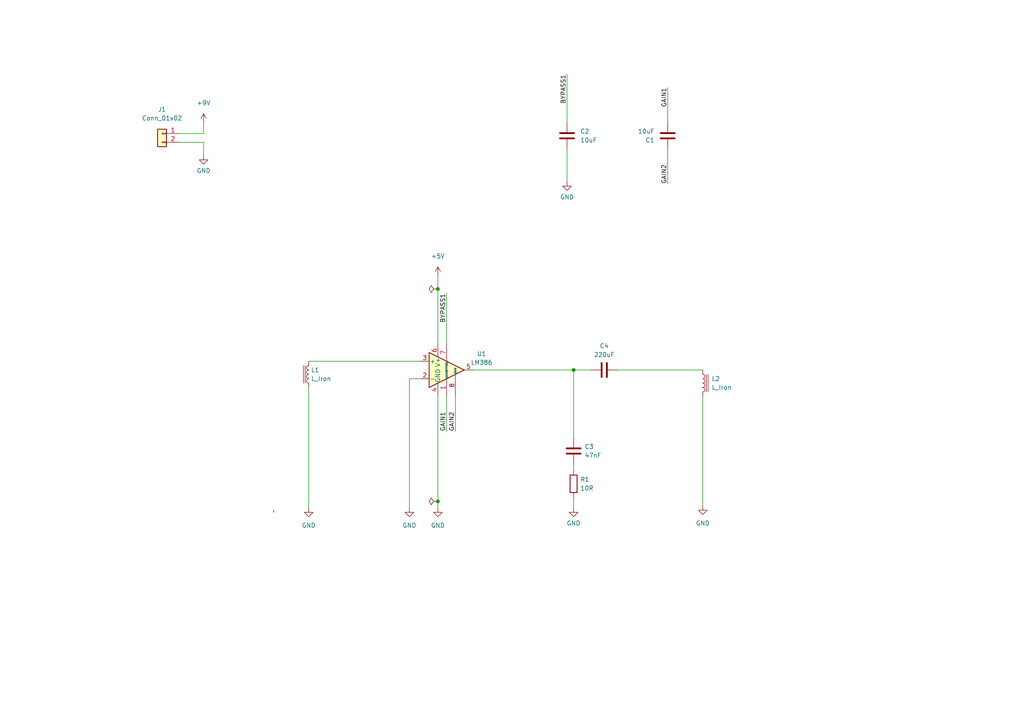
<source format=kicad_sch>
(kicad_sch (version 20211123) (generator eeschema)
  (paper "A4")
  (lib_symbols
    (symbol "Amplifier_Audio:LM386" (pin_names (offset 0.127))
      (property "Reference" "U" (at 1.27 7.62 0))
      (property "Value" "LM386" (at 1.27 5.08 0))
      (symbol "LM386_0_1"
        (polyline (pts (xy 5.08 0) (xy -5.08 5.08) (xy -5.08 -5.08) (xy 5.08 0)) (stroke (width 0.254)) (fill (type background)))
      )
      (symbol "LM386_1_1"
        (pin input line (at 0 -7.62 90) (length 5.08) (name "GAIN") (number "1"))
        (pin input line (at -7.62 -2.54 0) (length 2.54) (name "-") (number "2"))
        (pin input line (at -7.62 2.54 0) (length 2.54) (name "+") (number "3"))
        (pin power_in line (at -2.54 -7.62 90) (length 3.81) (name "GND") (number "4"))
        (pin output line (at 7.62 0 180) (length 2.54) (name "~") (number "5"))
        (pin power_in line (at -2.54 7.62 270) (length 3.81) (name "V+") (number "6"))
        (pin input line (at 0 7.62 270) (length 5.08) (name "BYPASS") (number "7"))
        (pin input line (at 2.54 -7.62 90) (length 6.35) (name "GAIN") (number "8"))
      )
    )
    (symbol "Connector_Generic:Conn_01x02" (pin_names (offset 1.016) hide)
      (property "Reference" "J" (at 0 2.54 0))
      (property "Value" "Conn_01x02" (at 0 -5.08 0))
      (symbol "Conn_01x02_1_1"
        (rectangle (start -1.27 -2.413) (end 0 -2.667) (stroke (width 0.1524)))
        (rectangle (start -1.27 0.127) (end 0 -0.127) (stroke (width 0.1524)))
        (rectangle (start -1.27 1.27) (end 1.27 -3.81) (stroke (width 0.254)) (fill (type background)))
        (pin passive line (at -5.08 0 0) (length 3.81) (name "Pin_1") (number "1"))
        (pin passive line (at -5.08 -2.54 0) (length 3.81) (name "Pin_2") (number "2"))
      )
    )
    (symbol "Device:C" (pin_numbers hide) (pin_names (offset 0.254))
      (property "Reference" "C" (at 0.635 2.54 0))
      (property "Value" "C" (at 0.635 -2.54 0))
      (symbol "C_0_1"
        (polyline (pts (xy -2.032 -0.762) (xy 2.032 -0.762)) (stroke (width 0.508)))
        (polyline (pts (xy -2.032 0.762) (xy 2.032 0.762)) (stroke (width 0.508)))
      )
      (symbol "C_1_1"
        (pin passive line (at 0 3.81 270) (length 2.794) (name "~") (number "1"))
        (pin passive line (at 0 -3.81 90) (length 2.794) (name "~") (number "2"))
      )
    )
    (symbol "Device:L_Iron" (pin_numbers hide) (pin_names (offset 1.016) hide)
      (property "Reference" "L" (at -1.27 0 90))
      (property "Value" "L_Iron" (at 2.794 0 90))
      (symbol "L_Iron_0_1"
        (arc (start 0 -2.54) (mid 0.635 -1.905) (end 0 -1.27))
        (arc (start 0 -1.27) (mid 0.635 -0.635) (end 0 0))
        (polyline (pts (xy 1.016 2.54) (xy 1.016 -2.54)))
        (polyline (pts (xy 1.524 -2.54) (xy 1.524 2.54)))
        (arc (start 0 0) (mid 0.635 0.635) (end 0 1.27))
        (arc (start 0 1.27) (mid 0.635 1.905) (end 0 2.54))
      )
      (symbol "L_Iron_1_1"
        (pin passive line (at 0 3.81 270) (length 1.27) (name "1") (number "1"))
        (pin passive line (at 0 -3.81 90) (length 1.27) (name "2") (number "2"))
      )
    )
    (symbol "Device:R" (pin_numbers hide) (pin_names (offset 0))
      (property "Reference" "R" (at 2.032 0 90))
      (property "Value" "R" (at 0 0 90))
      (symbol "R_0_1"
        (rectangle (start -1.016 -2.54) (end 1.016 2.54) (stroke (width 0.254)))
      )
      (symbol "R_1_1"
        (pin passive line (at 0 3.81 270) (length 1.27) (name "~") (number "1"))
        (pin passive line (at 0 -3.81 90) (length 1.27) (name "~") (number "2"))
      )
    )
    (symbol "power:+5V" (power) (pin_names (offset 0))
      (property "Value" "+5V" (at 0 3.556 0))
      (symbol "+5V_0_1"
        (polyline (pts (xy -0.762 1.27) (xy 0 2.54)))
        (polyline (pts (xy 0 0) (xy 0 2.54)))
        (polyline (pts (xy 0 2.54) (xy 0.762 1.27)))
      )
      (symbol "+5V_1_1"
        (pin power_in line (at 0 0 90) (length 0) hide (name "+5V") (number "1"))
      )
    )
    (symbol "power:+9V" (power) (pin_names (offset 0))
      (property "Value" "+9V" (at 0 3.556 0))
      (symbol "+9V_0_1"
        (polyline (pts (xy -0.762 1.27) (xy 0 2.54)))
        (polyline (pts (xy 0 0) (xy 0 2.54)))
        (polyline (pts (xy 0 2.54) (xy 0.762 1.27)))
      )
      (symbol "+9V_1_1"
        (pin power_in line (at 0 0 90) (length 0) hide (name "+9V") (number "1"))
      )
    )
    (symbol "power:GND" (power) (pin_names (offset 0))
      (property "Value" "GND" (at 0 -3.81 0))
      (symbol "GND_0_1"
        (polyline (pts (xy 0 0) (xy 0 -1.27) (xy 1.27 -1.27) (xy 0 -2.54) (xy -1.27 -1.27) (xy 0 -1.27)))
      )
      (symbol "GND_1_1"
        (pin power_in line (at 0 0 270) (length 0) hide (name "GND") (number "1"))
      )
    )
    (symbol "power:PWR_FLAG" (power) (pin_numbers hide) (pin_names (offset 0) hide)
      (property "Value" "PWR_FLAG" (at 0 3.81 0))
      (symbol "PWR_FLAG_0_0"
        (pin power_out line (at 0 0 90) (length 0) (name "pwr") (number "1"))
      )
      (symbol "PWR_FLAG_0_1"
        (polyline (pts (xy 0 0) (xy 0 1.27) (xy -1.016 1.905) (xy 0 2.54) (xy 1.016 1.905) (xy 0 1.27)))
      )
    )
  )
  (junction (at 127 145.415))
  (junction (at 166.37 107.315))
  (junction (at 127 83.82))
  (wire (pts (xy 193.675 43.18) (xy 193.675 53.34)))
  (wire (pts (xy 52.07 38.735) (xy 59.055 38.735)))
  (wire (pts (xy 193.675 35.56) (xy 193.675 25.4)))
  (wire (pts (xy 164.465 43.18) (xy 164.465 52.705)))
  (wire (pts (xy 89.535 104.775) (xy 121.92 104.775)))
  (wire (pts (xy 166.37 134.62) (xy 166.37 136.525)))
  (wire (pts (xy 164.465 21.59) (xy 164.465 35.56)))
  (wire (pts (xy 89.535 112.395) (xy 89.535 147.32)))
  (wire (pts (xy 137.16 107.315) (xy 166.37 107.315)))
  (wire (pts (xy 132.08 114.935) (xy 132.08 125.095)))
  (wire (pts (xy 121.92 109.855) (xy 118.745 109.855)))
  (wire (pts (xy 127 83.82) (xy 127 99.695)))
  (polyline (pts (xy 79.375 147.955) (xy 79.375 148.59)))
  (wire (pts (xy 127 145.415) (xy 127 147.32)))
  (wire (pts (xy 129.54 85.09) (xy 129.54 99.695)))
  (wire (pts (xy 166.37 144.145) (xy 166.37 147.32)))
  (wire (pts (xy 59.055 35.56) (xy 59.055 38.735)))
  (wire (pts (xy 59.055 41.275) (xy 59.055 45.085)))
  (wire (pts (xy 179.07 107.315) (xy 203.835 107.315)))
  (wire (pts (xy 118.745 109.855) (xy 118.745 147.32)))
  (wire (pts (xy 52.07 41.275) (xy 59.055 41.275)))
  (wire (pts (xy 127 114.935) (xy 127 145.415)))
  (wire (pts (xy 129.54 114.935) (xy 129.54 125.095)))
  (wire (pts (xy 127 80.01) (xy 127 83.82)))
  (wire (pts (xy 203.835 114.935) (xy 203.835 146.685)))
  (wire (pts (xy 166.37 107.315) (xy 171.45 107.315)))
  (wire (pts (xy 166.37 107.315) (xy 166.37 127)))
  (label "BYPASS1" (at 129.54 85.09 270))
  (label "GAIN1" (at 193.675 25.4 270))
  (label "GAIN2" (at 132.08 125.095 90))
  (label "BYPASS1" (at 164.465 21.59 270))
  (label "GAIN2" (at 193.675 53.34 90))
  (label "GAIN1" (at 129.54 125.095 90))
  (symbol (lib_id "Device:C") (at 166.37 130.81 180) (unit 1)
    (property "Reference" "C3" (at 169.545 129.5399 0) (effects (justify right)))
    (property "Value" "47nF" (at 169.545 132.0799 0) (effects (justify right)))
    (property "Footprint" "Capacitor_THT:C_Disc_D3.0mm_W2.0mm_P2.50mm" (effects hide))
  )
  (symbol (lib_id "Device:R") (at 166.37 140.335 0) (unit 1)
    (property "Reference" "R1" (at 168.275 139.0649 0) (effects (justify left)))
    (property "Value" "10R" (at 168.275 141.6049 0) (effects (justify left)))
    (property "Footprint" "Resistor_THT:R_Axial_DIN0207_L6.3mm_D2.5mm_P15.24mm_Horizontal" (effects hide))
  )
  (symbol (lib_id "power:GND") (at 164.465 52.705 0) (unit 1)
    (property "Reference" "#PWR06" (effects hide))
    (property "Value" "GND" (at 164.465 57.15 0))
  )
  (symbol (lib_id "Device:L_Iron") (at 203.835 111.125 0) (unit 1)
    (property "Reference" "L2" (at 206.375 109.8549 0) (effects (justify left)))
    (property "Value" "L_Iron" (at 206.375 112.3949 0) (effects (justify left)))
    (property "Footprint" "Buzzer_Beeper:Buzzer_D14mm_H7mm_P10mm" (effects hide))
  )
  (symbol (lib_id "Device:L_Iron") (at 89.535 108.585 180) (unit 1)
    (property "Reference" "L1" (at 90.17 107.3149 0) (effects (justify right)))
    (property "Value" "L_Iron" (at 90.17 109.8549 0) (effects (justify right)))
    (property "Footprint" "Buzzer_Beeper:Buzzer_D14mm_H7mm_P10mm" (effects hide))
  )
  (symbol (lib_id "Device:C") (at 193.675 39.37 0) (mirror x) (unit 1)
    (property "Reference" "C1" (at 189.865 40.6401 0) (effects (justify right)))
    (property "Value" "10uF" (at 189.865 38.1001 0) (effects (justify right)))
    (property "Footprint" "Capacitor_THT:CP_Radial_D5.0mm_P2.00mm" (effects hide))
  )
  (symbol (lib_id "Device:C") (at 164.465 39.37 0) (mirror y) (unit 1)
    (property "Reference" "C2" (at 168.275 38.0999 0) (effects (justify right)))
    (property "Value" "10uF" (at 168.275 40.6399 0) (effects (justify right)))
    (property "Footprint" "Capacitor_THT:CP_Radial_D5.0mm_P2.00mm" (effects hide))
  )
  (symbol (lib_id "power:GND") (at 127 147.32 0) (unit 1)
    (property "Reference" "#PWR05" (effects hide))
    (property "Value" "GND" (at 127 152.4 0))
  )
  (symbol (lib_id "power:PWR_FLAG") (at 127 145.415 90) (unit 1)
    (property "Reference" "#FLG02" (effects hide))
    (property "Value" "PWR_FLAG" (effects hide))
  )
  (symbol (lib_id "power:GND") (at 166.37 147.32 0) (unit 1)
    (property "Reference" "#PWR07" (effects hide))
    (property "Value" "GND" (at 166.37 151.765 0))
  )
  (symbol (lib_id "power:PWR_FLAG") (at 127 83.82 90) (unit 1)
    (property "Reference" "#FLG01" (effects hide))
    (property "Value" "PWR_FLAG" (effects hide))
  )
  (symbol (lib_id "power:+5V") (at 127 80.01 0) (unit 1)
    (property "Reference" "#PWR04" (effects hide))
    (property "Value" "+5V" (at 127 74.295 0))
  )
  (symbol (lib_id "power:+9V") (at 59.055 35.56 0) (unit 1)
    (property "Reference" "#PWR?" (effects hide))
    (property "Value" "+9V" (at 59.055 29.845 0))
  )
  (symbol (lib_id "Connector_Generic:Conn_01x02") (at 46.99 38.735 0) (mirror y) (unit 1)
    (property "Reference" "J1" (at 46.99 31.75 0))
    (property "Value" "Conn_01x02" (at 46.99 34.29 0))
    (property "Footprint" "Connector_PinHeader_2.54mm:PinHeader_1x02_P2.54mm_Vertical" (effects hide))
  )
  (symbol (lib_id "power:GND") (at 59.055 45.085 0) (unit 1)
    (property "Reference" "#PWR03" (effects hide))
    (property "Value" "GND" (at 59.055 49.53 0))
  )
  (symbol (lib_id "Device:C") (at 175.26 107.315 90) (unit 1)
    (property "Reference" "C4" (at 175.26 100.33 90))
    (property "Value" "220uF" (at 175.26 102.87 90))
    (property "Footprint" "Capacitor_THT:CP_Radial_D8.0mm_P3.50mm" (effects hide))
  )
  (symbol (lib_id "power:GND") (at 89.535 147.32 0) (unit 1)
    (property "Reference" "#PWR01" (effects hide))
    (property "Value" "GND" (at 89.535 152.4 0))
  )
  (symbol (lib_id "power:GND") (at 203.835 146.685 0) (unit 1)
    (property "Reference" "#PWR08" (effects hide))
    (property "Value" "GND" (at 203.835 151.765 0))
  )
  (symbol (lib_id "Amplifier_Audio:LM386") (at 129.54 107.315 0) (unit 1)
    (property "Reference" "U1" (at 139.7 102.616 0))
    (property "Value" "LM386" (at 139.7 105.156 0))
    (property "Footprint" "Package_DIP:DIP-8_W7.62mm_Socket" (effects hide))
    (property "Datasheet" "${KIPRJMOD}/datasheets/lm386.pdf" (effects hide))
  )
  (symbol (lib_id "power:GND") (at 118.745 147.32 0) (unit 1)
    (property "Reference" "#PWR09" (effects hide))
    (property "Value" "GND" (at 118.745 152.4 0))
  )
)
</source>
